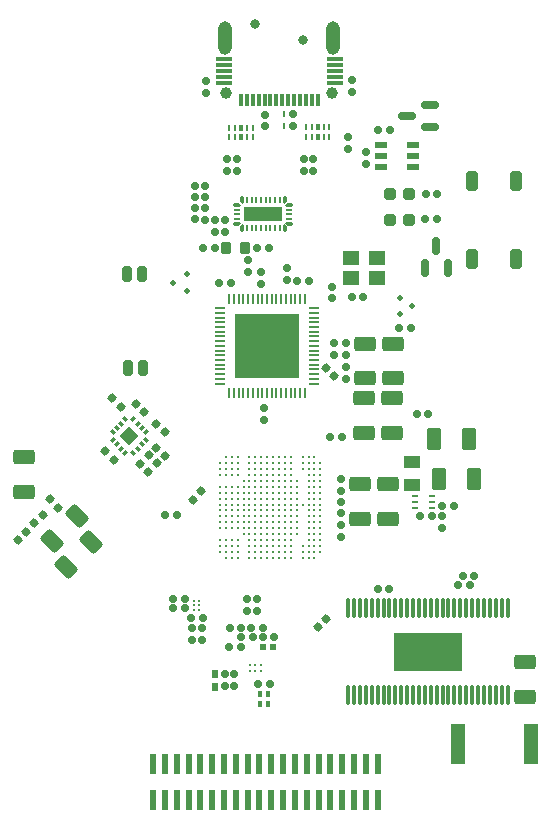
<source format=gbr>
%TF.GenerationSoftware,KiCad,Pcbnew,9.0.0*%
%TF.CreationDate,2025-03-19T22:59:48-05:00*%
%TF.ProjectId,opu_driver,6f70755f-6472-4697-9665-722e6b696361,rev?*%
%TF.SameCoordinates,Original*%
%TF.FileFunction,Soldermask,Top*%
%TF.FilePolarity,Negative*%
%FSLAX46Y46*%
G04 Gerber Fmt 4.6, Leading zero omitted, Abs format (unit mm)*
G04 Created by KiCad (PCBNEW 9.0.0) date 2025-03-19 22:59:48*
%MOMM*%
%LPD*%
G01*
G04 APERTURE LIST*
G04 Aperture macros list*
%AMRoundRect*
0 Rectangle with rounded corners*
0 $1 Rounding radius*
0 $2 $3 $4 $5 $6 $7 $8 $9 X,Y pos of 4 corners*
0 Add a 4 corners polygon primitive as box body*
4,1,4,$2,$3,$4,$5,$6,$7,$8,$9,$2,$3,0*
0 Add four circle primitives for the rounded corners*
1,1,$1+$1,$2,$3*
1,1,$1+$1,$4,$5*
1,1,$1+$1,$6,$7*
1,1,$1+$1,$8,$9*
0 Add four rect primitives between the rounded corners*
20,1,$1+$1,$2,$3,$4,$5,0*
20,1,$1+$1,$4,$5,$6,$7,0*
20,1,$1+$1,$6,$7,$8,$9,0*
20,1,$1+$1,$8,$9,$2,$3,0*%
%AMRotRect*
0 Rectangle, with rotation*
0 The origin of the aperture is its center*
0 $1 length*
0 $2 width*
0 $3 Rotation angle, in degrees counterclockwise*
0 Add horizontal line*
21,1,$1,$2,0,0,$3*%
%AMFreePoly0*
4,1,14,0.135355,0.285355,0.150000,0.250000,0.150000,-0.250000,0.135355,-0.285355,0.100000,-0.300000,-0.100000,-0.300000,-0.135355,-0.285355,-0.150000,-0.250000,-0.150000,0.150000,-0.135355,0.185355,-0.035355,0.285355,0.000000,0.300000,0.100000,0.300000,0.135355,0.285355,0.135355,0.285355,$1*%
%AMFreePoly1*
4,1,14,0.035355,0.285355,0.135355,0.185355,0.150000,0.150000,0.150000,-0.250000,0.135355,-0.285355,0.100000,-0.300000,-0.100000,-0.300000,-0.135355,-0.285355,-0.150000,-0.250000,-0.150000,0.250000,-0.135355,0.285355,-0.100000,0.300000,0.000000,0.300000,0.035355,0.285355,0.035355,0.285355,$1*%
%AMFreePoly2*
4,1,14,0.285355,0.135355,0.300000,0.100000,0.300000,-0.100000,0.285355,-0.135355,0.250000,-0.150000,-0.150000,-0.150000,-0.185355,-0.135355,-0.285355,-0.035355,-0.300000,0.000000,-0.300000,0.100000,-0.285355,0.135355,-0.250000,0.150000,0.250000,0.150000,0.285355,0.135355,0.285355,0.135355,$1*%
%AMFreePoly3*
4,1,14,0.285355,0.135355,0.300000,0.100000,0.300000,-0.100000,0.285355,-0.135355,0.250000,-0.150000,-0.250000,-0.150000,-0.285355,-0.135355,-0.300000,-0.100000,-0.300000,0.000000,-0.285355,0.035355,-0.185355,0.135355,-0.150000,0.150000,0.250000,0.150000,0.285355,0.135355,0.285355,0.135355,$1*%
%AMFreePoly4*
4,1,14,0.135355,0.285355,0.150000,0.250000,0.150000,-0.150000,0.135355,-0.185355,0.035355,-0.285355,0.000000,-0.300000,-0.100000,-0.300000,-0.135355,-0.285355,-0.150000,-0.250000,-0.150000,0.250000,-0.135355,0.285355,-0.100000,0.300000,0.100000,0.300000,0.135355,0.285355,0.135355,0.285355,$1*%
%AMFreePoly5*
4,1,14,0.135355,0.285355,0.150000,0.250000,0.150000,-0.250000,0.135355,-0.285355,0.100000,-0.300000,0.000000,-0.300000,-0.035355,-0.285355,-0.135355,-0.185355,-0.150000,-0.150000,-0.150000,0.250000,-0.135355,0.285355,-0.100000,0.300000,0.100000,0.300000,0.135355,0.285355,0.135355,0.285355,$1*%
%AMFreePoly6*
4,1,14,0.185355,0.135355,0.285355,0.035355,0.300000,0.000000,0.300000,-0.100000,0.285355,-0.135355,0.250000,-0.150000,-0.250000,-0.150000,-0.285355,-0.135355,-0.300000,-0.100000,-0.300000,0.100000,-0.285355,0.135355,-0.250000,0.150000,0.150000,0.150000,0.185355,0.135355,0.185355,0.135355,$1*%
%AMFreePoly7*
4,1,14,0.285355,0.135355,0.300000,0.100000,0.300000,0.000000,0.285355,-0.035355,0.185355,-0.135355,0.150000,-0.150000,-0.250000,-0.150000,-0.285355,-0.135355,-0.300000,-0.100000,-0.300000,0.100000,-0.285355,0.135355,-0.250000,0.150000,0.250000,0.150000,0.285355,0.135355,0.285355,0.135355,$1*%
G04 Aperture macros list end*
%ADD10RoundRect,0.159000X-0.189000X0.159000X-0.189000X-0.159000X0.189000X-0.159000X0.189000X0.159000X0*%
%ADD11RoundRect,0.159000X0.189000X-0.159000X0.189000X0.159000X-0.189000X0.159000X-0.189000X-0.159000X0*%
%ADD12RoundRect,0.239000X0.239000X0.274000X-0.239000X0.274000X-0.239000X-0.274000X0.239000X-0.274000X0*%
%ADD13RoundRect,0.266521X-0.671479X0.346479X-0.671479X-0.346479X0.671479X-0.346479X0.671479X0.346479X0*%
%ADD14FreePoly0,0.000000*%
%ADD15O,0.200000X0.510000*%
%ADD16FreePoly1,0.000000*%
%ADD17FreePoly2,0.000000*%
%ADD18O,0.510000X0.200000*%
%ADD19FreePoly3,0.000000*%
%ADD20FreePoly4,0.000000*%
%ADD21FreePoly5,0.000000*%
%ADD22FreePoly6,0.000000*%
%ADD23FreePoly7,0.000000*%
%ADD24R,3.200000X1.200000*%
%ADD25RoundRect,0.159000X-0.246073X-0.021213X-0.021213X-0.246073X0.246073X0.021213X0.021213X0.246073X0*%
%ADD26RoundRect,0.266521X-0.229810X0.719805X-0.719805X0.229810X0.229810X-0.719805X0.719805X-0.229810X0*%
%ADD27RoundRect,0.159000X-0.159000X-0.189000X0.159000X-0.189000X0.159000X0.189000X-0.159000X0.189000X0*%
%ADD28RoundRect,0.266521X0.671479X-0.346479X0.671479X0.346479X-0.671479X0.346479X-0.671479X-0.346479X0*%
%ADD29RoundRect,0.159000X0.159000X0.189000X-0.159000X0.189000X-0.159000X-0.189000X0.159000X-0.189000X0*%
%ADD30RoundRect,0.266521X-0.346479X-0.671479X0.346479X-0.671479X0.346479X0.671479X-0.346479X0.671479X0*%
%ADD31C,0.508000*%
%ADD32R,0.600000X1.800000*%
%ADD33R,0.220000X0.610000*%
%ADD34R,0.410000X0.610000*%
%ADD35R,1.400000X1.200000*%
%ADD36RoundRect,0.159000X-0.021213X0.246073X-0.246073X0.021213X0.021213X-0.246073X0.246073X-0.021213X0*%
%ADD37R,0.400000X0.600000*%
%ADD38RoundRect,0.150000X0.150000X-0.590000X0.150000X0.590000X-0.150000X0.590000X-0.150000X-0.590000X0*%
%ADD39R,1.380000X1.130000*%
%ADD40RotRect,0.330200X0.406400X45.000000*%
%ADD41RotRect,0.330200X0.406400X315.000000*%
%ADD42RotRect,1.092200X1.092200X315.000000*%
%ADD43RoundRect,0.159000X0.246073X0.021213X0.021213X0.246073X-0.246073X-0.021213X-0.021213X-0.246073X0*%
%ADD44RoundRect,0.150000X0.590000X0.150000X-0.590000X0.150000X-0.590000X-0.150000X0.590000X-0.150000X0*%
%ADD45RoundRect,0.159000X0.021213X-0.246073X0.246073X-0.021213X-0.021213X0.246073X-0.246073X0.021213X0*%
%ADD46O,0.280000X1.720000*%
%ADD47R,5.830000X3.230000*%
%ADD48RoundRect,0.219000X0.219000X0.294000X-0.219000X0.294000X-0.219000X-0.294000X0.219000X-0.294000X0*%
%ADD49C,0.800000*%
%ADD50R,0.300000X1.140000*%
%ADD51R,1.450000X0.300000*%
%ADD52O,1.190000X2.840000*%
%ADD53C,1.000000*%
%ADD54RoundRect,0.250000X0.250000X-0.600000X0.250000X0.600000X-0.250000X0.600000X-0.250000X-0.600000X0*%
%ADD55R,1.100000X0.600000*%
%ADD56R,0.550000X0.280000*%
%ADD57C,0.220000*%
%ADD58R,0.540000X0.790000*%
%ADD59RoundRect,0.200000X-0.200000X0.450000X-0.200000X-0.450000X0.200000X-0.450000X0.200000X0.450000X0*%
%ADD60R,0.570000X0.540000*%
%ADD61RoundRect,0.266521X0.229810X-0.719805X0.719805X-0.229810X-0.229810X0.719805X-0.719805X0.229810X0*%
%ADD62C,0.200000*%
%ADD63R,0.260000X0.520000*%
%ADD64R,1.280000X3.460000*%
%ADD65C,0.230000*%
%ADD66R,0.200000X0.900000*%
%ADD67R,0.900000X0.200000*%
%ADD68R,5.500000X5.500000*%
G04 APERTURE END LIST*
D10*
%TO.C,R42*%
X56661072Y-117224329D03*
X56661072Y-118224327D03*
%TD*%
D11*
%TO.C,R4*%
X44545965Y-122322067D03*
X44545965Y-121322067D03*
%TD*%
D12*
%TO.C,D7*%
X61789999Y-124200000D03*
X60210001Y-124200000D03*
%TD*%
D13*
%TO.C,C107*%
X57645165Y-146605867D03*
X57645165Y-149565867D03*
%TD*%
D10*
%TO.C,C58*%
X56045165Y-150065868D03*
X56045165Y-151065866D03*
%TD*%
D14*
%TO.C,U2*%
X47673565Y-124942767D03*
D15*
X48073565Y-124942767D03*
X48473565Y-124942767D03*
X48873565Y-124942767D03*
X49273565Y-124942767D03*
X49673565Y-124942767D03*
X50073565Y-124942767D03*
X50473565Y-124942767D03*
X50873565Y-124942767D03*
D16*
X51273565Y-124942767D03*
D17*
X51673565Y-124542767D03*
D18*
X51673565Y-124142767D03*
X51673565Y-123742767D03*
X51673565Y-123342767D03*
D19*
X51673565Y-122942767D03*
D20*
X51273565Y-122542767D03*
D15*
X50873565Y-122542767D03*
X50473565Y-122542767D03*
X50073565Y-122542767D03*
X49673565Y-122542767D03*
X49273565Y-122542767D03*
X48873565Y-122542767D03*
X48473565Y-122542767D03*
X48073565Y-122542767D03*
D21*
X47673565Y-122542767D03*
D22*
X47273565Y-122942767D03*
D18*
X47273565Y-123342767D03*
X47273565Y-123742767D03*
X47273565Y-124142767D03*
D23*
X47273565Y-124542767D03*
D24*
X49473565Y-123742767D03*
%TD*%
D10*
%TO.C,C21*%
X49549004Y-140186026D03*
X49549004Y-141186026D03*
%TD*%
D25*
%TO.C,C34*%
X36091612Y-143812314D03*
X36798718Y-144519420D03*
%TD*%
D11*
%TO.C,C93*%
X64602927Y-150282618D03*
X64602927Y-149282620D03*
%TD*%
D26*
%TO.C,C66*%
X33691683Y-149319349D03*
X31598647Y-151412385D03*
%TD*%
D27*
%TO.C,R37*%
X63150905Y-124167397D03*
X64150905Y-124167397D03*
%TD*%
D28*
%TO.C,C96*%
X57992996Y-142245869D03*
X57992996Y-139285869D03*
%TD*%
D29*
%TO.C,R25*%
X44352225Y-157945785D03*
X43352227Y-157945785D03*
%TD*%
D11*
%TO.C,C7*%
X46222365Y-125258767D03*
X46222365Y-124258767D03*
%TD*%
D29*
%TO.C,C22*%
X46745165Y-129565867D03*
X45745165Y-129565867D03*
%TD*%
D30*
%TO.C,C102*%
X64333400Y-146165151D03*
X67293400Y-146165151D03*
%TD*%
D11*
%TO.C,R9*%
X56077472Y-147183908D03*
X56077472Y-146183910D03*
%TD*%
D31*
%TO.C,TP11*%
X41800000Y-129600000D03*
%TD*%
D27*
%TO.C,C117*%
X49405165Y-159550867D03*
X50405165Y-159550867D03*
%TD*%
D28*
%TO.C,C88*%
X71645165Y-164645867D03*
X71645165Y-161685867D03*
%TD*%
D10*
%TO.C,C116*%
X46207930Y-162650868D03*
X46207930Y-163650866D03*
%TD*%
D29*
%TO.C,R17*%
X56145165Y-142565867D03*
X55145165Y-142565867D03*
%TD*%
D32*
%TO.C,H1*%
X40145165Y-173300000D03*
X40145165Y-170300000D03*
X41145165Y-173300000D03*
X41145165Y-170300000D03*
X42145165Y-173300000D03*
X42145165Y-170300000D03*
X43145165Y-173300000D03*
X43145165Y-170300000D03*
X44145165Y-173300000D03*
X44145165Y-170300000D03*
X45145165Y-173300000D03*
X45145165Y-170300000D03*
X46145165Y-173300000D03*
X46145165Y-170300000D03*
X47145165Y-173300000D03*
X47145165Y-170300000D03*
X48145165Y-173300000D03*
X48145165Y-170300000D03*
X49145165Y-173300000D03*
X49145165Y-170300000D03*
X50145165Y-173300000D03*
X50145165Y-170300000D03*
X51145165Y-173300000D03*
X51145165Y-170300000D03*
X52145165Y-173300000D03*
X52145165Y-170300000D03*
X53145165Y-173300000D03*
X53145165Y-170300000D03*
X54145165Y-173300000D03*
X54145165Y-170300000D03*
X55145165Y-173300000D03*
X55145165Y-170300000D03*
X56145165Y-173300000D03*
X56145165Y-170300000D03*
X57145165Y-173300000D03*
X57145165Y-170300000D03*
X58145165Y-173300000D03*
X58145165Y-170300000D03*
X59145165Y-173300000D03*
X59145165Y-170300000D03*
%TD*%
D27*
%TO.C,R29*%
X48405165Y-158750867D03*
X49405165Y-158750867D03*
%TD*%
%TO.C,R18*%
X64615562Y-148427747D03*
X65615560Y-148427747D03*
%TD*%
D33*
%TO.C,D1*%
X55070965Y-116382867D03*
X54570965Y-116382867D03*
D34*
X54070965Y-116382867D03*
D33*
X53570965Y-116382867D03*
X53070965Y-116382867D03*
X53070965Y-117202867D03*
X53570965Y-117202867D03*
D34*
X54070965Y-117202867D03*
D33*
X54570965Y-117202867D03*
X55070965Y-117202867D03*
%TD*%
D11*
%TO.C,C57*%
X56070934Y-149065866D03*
X56070934Y-148065868D03*
%TD*%
D35*
%TO.C,X1*%
X56920877Y-129146938D03*
X59120877Y-129146938D03*
X59120877Y-127446938D03*
X56920877Y-127446938D03*
%TD*%
D36*
%TO.C,R26*%
X44198718Y-147212314D03*
X43491612Y-147919420D03*
%TD*%
D37*
%TO.C,D5*%
X49205165Y-164365867D03*
X49845165Y-164365867D03*
%TD*%
D27*
%TO.C,R36*%
X63206958Y-122008960D03*
X64206958Y-122008960D03*
%TD*%
%TO.C,R28*%
X46608684Y-158750867D03*
X47608684Y-158750867D03*
%TD*%
D38*
%TO.C,Q1*%
X63177740Y-128302630D03*
X65077740Y-128302630D03*
X64127740Y-126422631D03*
%TD*%
D33*
%TO.C,D2*%
X46568565Y-117228267D03*
X47068565Y-117228267D03*
D34*
X47568565Y-117228267D03*
D33*
X48068565Y-117228267D03*
X48568565Y-117228267D03*
X48568565Y-116408267D03*
X48068565Y-116408267D03*
D34*
X47568565Y-116408267D03*
D33*
X47068565Y-116408267D03*
X46568565Y-116408267D03*
%TD*%
D39*
%TO.C,L3*%
X62045165Y-146652977D03*
X62045165Y-144712975D03*
%TD*%
D10*
%TO.C,C115*%
X47005165Y-162658154D03*
X47005165Y-163658152D03*
%TD*%
D29*
%TO.C,C10*%
X49945165Y-126565867D03*
X48945165Y-126565867D03*
%TD*%
D10*
%TO.C,C23*%
X56445165Y-136665867D03*
X56445165Y-137665867D03*
%TD*%
%TO.C,C18*%
X52020071Y-115255615D03*
X52020071Y-116255613D03*
%TD*%
%TO.C,R2*%
X43707765Y-121322067D03*
X43707765Y-122322067D03*
%TD*%
%TO.C,C17*%
X49600000Y-115300001D03*
X49600000Y-116299999D03*
%TD*%
%TO.C,R41*%
X58200000Y-118500001D03*
X58200000Y-119499999D03*
%TD*%
D11*
%TO.C,C24*%
X55445165Y-135665867D03*
X55445165Y-134665867D03*
%TD*%
%TO.C,C16*%
X46400165Y-120061467D03*
X46400165Y-119061467D03*
%TD*%
D40*
%TO.C,U7*%
X37769039Y-141107788D03*
X37415396Y-141461431D03*
X37061754Y-141815073D03*
X36708111Y-142168716D03*
D41*
X36708111Y-142867918D03*
X37061754Y-143221561D03*
X37415396Y-143575203D03*
X37769039Y-143928846D03*
D40*
X38468241Y-143928846D03*
X38821884Y-143575203D03*
X39175526Y-143221561D03*
X39529169Y-142867918D03*
D41*
X39529169Y-142168716D03*
X39175526Y-141815073D03*
X38821884Y-141461431D03*
X38468241Y-141107788D03*
D42*
X38118640Y-142518317D03*
%TD*%
D11*
%TO.C,C14*%
X53715365Y-120061467D03*
X53715365Y-119061467D03*
%TD*%
D29*
%TO.C,R35*%
X50056324Y-163484707D03*
X49056326Y-163484707D03*
%TD*%
D43*
%TO.C,R44*%
X55481344Y-137435911D03*
X54774238Y-136728805D03*
%TD*%
D44*
%TO.C,Q2*%
X63540000Y-116350000D03*
X63540000Y-114450000D03*
X61660001Y-115400000D03*
%TD*%
D13*
%TO.C,C3*%
X60445165Y-134685867D03*
X60445165Y-137645867D03*
%TD*%
D10*
%TO.C,C127*%
X48956325Y-156313828D03*
X48956325Y-157313826D03*
%TD*%
D30*
%TO.C,C100*%
X63912995Y-142765868D03*
X66872995Y-142765868D03*
%TD*%
D27*
%TO.C,C25*%
X60945165Y-133365867D03*
X61945165Y-133365867D03*
%TD*%
D45*
%TO.C,C75*%
X30071752Y-149919420D03*
X30778858Y-149212314D03*
%TD*%
D43*
%TO.C,C31*%
X37399125Y-140041808D03*
X36692019Y-139334702D03*
%TD*%
D31*
%TO.C,TP6*%
X61000000Y-130800000D03*
%TD*%
%TO.C,TP8*%
X62091054Y-131508199D03*
%TD*%
D46*
%TO.C,U8*%
X70145165Y-157055867D03*
X69645165Y-157055867D03*
X69145165Y-157055867D03*
X68645165Y-157055867D03*
X68145165Y-157055867D03*
X67645165Y-157055867D03*
X67145165Y-157055867D03*
X66645165Y-157055867D03*
X66145165Y-157055867D03*
X65645165Y-157055867D03*
X65145165Y-157055867D03*
X64645165Y-157055867D03*
X64145165Y-157055867D03*
X63645165Y-157055867D03*
X63145165Y-157055867D03*
X62645165Y-157055867D03*
X62145165Y-157055867D03*
X61645165Y-157055867D03*
X61145165Y-157055867D03*
X60645165Y-157055867D03*
X60145165Y-157055867D03*
X59645165Y-157055867D03*
X59145165Y-157055867D03*
X58645165Y-157055867D03*
X58145165Y-157055867D03*
X57645165Y-157055867D03*
X57145165Y-157055867D03*
X56645165Y-157055867D03*
X56645165Y-164475867D03*
X57145165Y-164475867D03*
X57645165Y-164475867D03*
X58145165Y-164475867D03*
X58645165Y-164475867D03*
X59145165Y-164475867D03*
X59645165Y-164475867D03*
X60145165Y-164475867D03*
X60645165Y-164475867D03*
X61145165Y-164475867D03*
X61645165Y-164475867D03*
X62145165Y-164475867D03*
X62645165Y-164475867D03*
X63145165Y-164475867D03*
X63645165Y-164475867D03*
X64145165Y-164475867D03*
X64645165Y-164475867D03*
X65145165Y-164475867D03*
X65645165Y-164475867D03*
X66145165Y-164475867D03*
X66645165Y-164475867D03*
X67145165Y-164475867D03*
X67645165Y-164475867D03*
X68145165Y-164475867D03*
X68645165Y-164475867D03*
X69145165Y-164475867D03*
X69645165Y-164475867D03*
X70145165Y-164475867D03*
D47*
X63395165Y-160765867D03*
%TD*%
D48*
%TO.C,R6*%
X47931365Y-126571867D03*
X46291365Y-126571867D03*
%TD*%
D29*
%TO.C,C76*%
X67345164Y-154365867D03*
X66345166Y-154365867D03*
%TD*%
D27*
%TO.C,C6*%
X56945165Y-130765867D03*
X57945165Y-130765867D03*
%TD*%
D29*
%TO.C,C109*%
X42852084Y-157115346D03*
X41852086Y-157115346D03*
%TD*%
D25*
%TO.C,C33*%
X39002670Y-144889281D03*
X39709776Y-145596387D03*
%TD*%
D49*
%TO.C,USB1*%
X52869765Y-109008067D03*
X48769765Y-107658067D03*
D50*
X54069765Y-114038067D03*
X53569765Y-114038067D03*
X53069765Y-114038067D03*
X52569765Y-114038067D03*
X52069765Y-114038067D03*
X51569765Y-114038067D03*
X51069765Y-114038067D03*
X50569765Y-114038067D03*
X49069765Y-114038067D03*
X48569765Y-114038067D03*
X48069765Y-114038067D03*
X47569765Y-114038067D03*
D51*
X46099765Y-110618067D03*
X46099765Y-111118067D03*
X46099765Y-111618067D03*
X46099765Y-112118067D03*
X46099765Y-112618067D03*
D50*
X49569765Y-114038067D03*
X50069765Y-114038067D03*
D51*
X55539765Y-112618067D03*
X55539765Y-112118067D03*
X55539765Y-111618067D03*
X55539765Y-111118067D03*
X55539765Y-110618067D03*
D52*
X55389765Y-108778067D03*
D53*
X55319765Y-113468067D03*
X46319765Y-113468067D03*
D52*
X46249765Y-108778067D03*
%TD*%
D36*
%TO.C,C78*%
X29398718Y-150612314D03*
X28691612Y-151319420D03*
%TD*%
D27*
%TO.C,C29*%
X52345165Y-129365867D03*
X53345165Y-129365867D03*
%TD*%
D54*
%TO.C,S2*%
X67150000Y-127500000D03*
X67150000Y-120900000D03*
X70850000Y-127500000D03*
X70850000Y-120900000D03*
%TD*%
D25*
%TO.C,C32*%
X40413966Y-141509464D03*
X41121072Y-142216570D03*
%TD*%
D55*
%TO.C,U13*%
X59450000Y-117850000D03*
X59450000Y-118800000D03*
X59450000Y-119750000D03*
X62150000Y-119750000D03*
X62150000Y-118800000D03*
X62150000Y-117850000D03*
%TD*%
D25*
%TO.C,C111*%
X40402576Y-143496141D03*
X41109682Y-144203247D03*
%TD*%
D28*
%TO.C,C71*%
X29245165Y-147245867D03*
X29245165Y-144285867D03*
%TD*%
D11*
%TO.C,C7*%
X55245165Y-130865867D03*
X55245165Y-129865867D03*
%TD*%
%TO.C,C28*%
X51445165Y-129265867D03*
X51445165Y-128265867D03*
%TD*%
D27*
%TO.C,R43*%
X59200000Y-116600000D03*
X60199998Y-116600000D03*
%TD*%
D56*
%TO.C,U11*%
X63765164Y-148585867D03*
X63765165Y-148085867D03*
X63765164Y-147585867D03*
X62325166Y-147585867D03*
X62325165Y-148085867D03*
X62325166Y-148585867D03*
%TD*%
D31*
%TO.C,TP10*%
X43000000Y-130200000D03*
%TD*%
D25*
%TO.C,C112*%
X39796877Y-144127076D03*
X40503983Y-144834182D03*
%TD*%
D57*
%TO.C,U5*%
X43632411Y-157261547D03*
X43632412Y-156861547D03*
X43632411Y-156461547D03*
X44032411Y-157261547D03*
X44032410Y-156861547D03*
X44032411Y-156461547D03*
%TD*%
D10*
%TO.C,R24*%
X44245165Y-158765869D03*
X44245165Y-159765867D03*
%TD*%
D12*
%TO.C,D9*%
X61789999Y-122000000D03*
X60210001Y-122000000D03*
%TD*%
D10*
%TO.C,C19*%
X56970822Y-112368082D03*
X56970822Y-113368080D03*
%TD*%
D27*
%TO.C,R21*%
X62745166Y-149285867D03*
X63745164Y-149285867D03*
%TD*%
D31*
%TO.C,TP7*%
X61000000Y-132200000D03*
%TD*%
D13*
%TO.C,C5*%
X58045165Y-134685867D03*
X58045165Y-137645867D03*
%TD*%
D28*
%TO.C,C95*%
X60392997Y-142245867D03*
X60392997Y-139285867D03*
%TD*%
D11*
%TO.C,C27*%
X49245165Y-129665867D03*
X49245165Y-128665867D03*
%TD*%
D27*
%TO.C,R30*%
X47614462Y-159550866D03*
X48614462Y-159550866D03*
%TD*%
D10*
%TO.C,C26*%
X56445165Y-134665867D03*
X56445165Y-135665867D03*
%TD*%
D58*
%TO.C,L1*%
X45405165Y-162650867D03*
X45405165Y-163750867D03*
%TD*%
D11*
%TO.C,R3*%
X43707765Y-124176267D03*
X43707765Y-123176267D03*
%TD*%
%TO.C,C15*%
X47212965Y-120061467D03*
X47212965Y-119061467D03*
%TD*%
D59*
%TO.C,S1*%
X39230000Y-128800000D03*
X37960000Y-128800000D03*
X37970000Y-136800000D03*
X39240000Y-136800000D03*
%TD*%
D13*
%TO.C,C108*%
X60045165Y-146605867D03*
X60045165Y-149565867D03*
%TD*%
D60*
%TO.C,R27*%
X49416427Y-160346027D03*
X50276427Y-160346027D03*
%TD*%
D43*
%TO.C,C67*%
X32125640Y-148587100D03*
X31418534Y-147879994D03*
%TD*%
D61*
%TO.C,C91*%
X32798647Y-153612385D03*
X34891683Y-151519349D03*
%TD*%
D29*
%TO.C,C64*%
X66945164Y-155165867D03*
X65945166Y-155165867D03*
%TD*%
D31*
%TO.C,TP9*%
X42988379Y-128761079D03*
%TD*%
D10*
%TO.C,C126*%
X48122453Y-156317826D03*
X48122453Y-157317824D03*
%TD*%
D62*
%TO.C,U12*%
X48305165Y-161900867D03*
X48805165Y-161900867D03*
X49305165Y-161900867D03*
X48305165Y-162400867D03*
X48805165Y-162400867D03*
X49305165Y-162400867D03*
%TD*%
D29*
%TO.C,C8*%
X47605164Y-160350867D03*
X46605166Y-160350867D03*
%TD*%
D11*
%TO.C,C13*%
X52902565Y-120061467D03*
X52902565Y-119061467D03*
%TD*%
D63*
%TO.C,D4*%
X51216209Y-115211467D03*
X51216209Y-116291467D03*
%TD*%
D64*
%TO.C,R12*%
X65975165Y-168565867D03*
X72115165Y-168565867D03*
%TD*%
D43*
%TO.C,C30*%
X39398718Y-140519420D03*
X38691612Y-139812314D03*
%TD*%
D36*
%TO.C,R11*%
X54798718Y-158012314D03*
X54091612Y-158719420D03*
%TD*%
D29*
%TO.C,C110*%
X42852084Y-156283039D03*
X41852086Y-156283039D03*
%TD*%
D65*
%TO.C,U4*%
X45795165Y-152315867D03*
X45795165Y-151815867D03*
X45795165Y-151315867D03*
X45795165Y-150315867D03*
X45795165Y-149815867D03*
X45795165Y-149315867D03*
X45795165Y-148815867D03*
X45795165Y-148315867D03*
X45795165Y-147815867D03*
X45795165Y-147315867D03*
X45795165Y-146815867D03*
X45795165Y-145815867D03*
X45795165Y-145315867D03*
X45795165Y-144815867D03*
X46295165Y-152815867D03*
X46295165Y-152315867D03*
X46295165Y-151815867D03*
X46295165Y-151315867D03*
X46295165Y-150315867D03*
X46295165Y-149815867D03*
X46295165Y-149315867D03*
X46295165Y-148815867D03*
X46295165Y-148315867D03*
X46295165Y-147815867D03*
X46295165Y-147315867D03*
X46295165Y-146815867D03*
X46295165Y-145815867D03*
X46295165Y-145315867D03*
X46295165Y-144815867D03*
X46295165Y-144315867D03*
X46795165Y-152815867D03*
X46795165Y-152315867D03*
X46795165Y-151815867D03*
X46795165Y-151315867D03*
X46795165Y-150315867D03*
X46795165Y-149815867D03*
X46795165Y-149315867D03*
X46795165Y-148815867D03*
X46795165Y-148315867D03*
X46795165Y-147815867D03*
X46795165Y-147315867D03*
X46795165Y-146815867D03*
X46795165Y-145815867D03*
X46795165Y-145315867D03*
X46795165Y-144815867D03*
X46795165Y-144315867D03*
X47295165Y-152815867D03*
X47295165Y-152315867D03*
X47295165Y-151815867D03*
X47295165Y-151315867D03*
X47295165Y-150315867D03*
X47295165Y-149815867D03*
X47295165Y-149315867D03*
X47295165Y-148815867D03*
X47295165Y-148315867D03*
X47295165Y-147815867D03*
X47295165Y-147315867D03*
X47295165Y-146815867D03*
X47295165Y-145815867D03*
X47295165Y-145315867D03*
X47295165Y-144815867D03*
X47295165Y-144315867D03*
X47795165Y-150815867D03*
X47795165Y-150315867D03*
X47795165Y-149815867D03*
X47795165Y-149315867D03*
X47795165Y-148815867D03*
X47795165Y-148315867D03*
X47795165Y-147815867D03*
X47795165Y-147315867D03*
X47795165Y-146815867D03*
X47795165Y-146315867D03*
X48295165Y-152815867D03*
X48295165Y-152315867D03*
X48295165Y-151815867D03*
X48295165Y-151315867D03*
X48295165Y-150815867D03*
X48295165Y-150315867D03*
X48295165Y-149815867D03*
X48295165Y-149315867D03*
X48295165Y-148815867D03*
X48295165Y-148315867D03*
X48295165Y-147815867D03*
X48295165Y-147315867D03*
X48295165Y-146815867D03*
X48295165Y-146315867D03*
X48295165Y-145815867D03*
X48295165Y-145315867D03*
X48295165Y-144815867D03*
X48295165Y-144315867D03*
X48795165Y-152815867D03*
X48795165Y-152315867D03*
X48795165Y-151815867D03*
X48795165Y-151315867D03*
X48795165Y-150815867D03*
X48795165Y-150315867D03*
X48795165Y-149815867D03*
X48795165Y-149315867D03*
X48795165Y-148815867D03*
X48795165Y-148315867D03*
X48795165Y-147815867D03*
X48795165Y-147315867D03*
X48795165Y-146815867D03*
X48795165Y-146315867D03*
X48795165Y-145815867D03*
X48795165Y-145315867D03*
X48795165Y-144815867D03*
X48795165Y-144315867D03*
X49295165Y-152815867D03*
X49295165Y-152315867D03*
X49295165Y-151815867D03*
X49295165Y-151315867D03*
X49295165Y-150815867D03*
X49295165Y-150315867D03*
X49295165Y-149815867D03*
X49295165Y-149315867D03*
X49295165Y-148815867D03*
X49295165Y-148315867D03*
X49295165Y-147815867D03*
X49295165Y-147315867D03*
X49295165Y-146815867D03*
X49295165Y-146315867D03*
X49295165Y-145815867D03*
X49295165Y-145315867D03*
X49295165Y-144815867D03*
X49295165Y-144315867D03*
X49795165Y-152815867D03*
X49795165Y-152315867D03*
X49795165Y-151815867D03*
X49795165Y-151315867D03*
X49795165Y-150815867D03*
X49795165Y-150315867D03*
X49795165Y-149815867D03*
X49795165Y-149315867D03*
X49795165Y-148815867D03*
X49795165Y-148315867D03*
X49795165Y-147815867D03*
X49795165Y-147315867D03*
X49795165Y-146815867D03*
X49795165Y-146315867D03*
X49795165Y-145815867D03*
X49795165Y-145315867D03*
X49795165Y-144815867D03*
X49795165Y-144315867D03*
X50295165Y-152815867D03*
X50295165Y-152315867D03*
X50295165Y-151815867D03*
X50295165Y-151315867D03*
X50295165Y-150815867D03*
X50295165Y-150315867D03*
X50295165Y-149815867D03*
X50295165Y-149315867D03*
X50295165Y-148815867D03*
X50295165Y-148315867D03*
X50295165Y-147815867D03*
X50295165Y-147315867D03*
X50295165Y-146815867D03*
X50295165Y-146315867D03*
X50295165Y-145815867D03*
X50295165Y-145315867D03*
X50295165Y-144815867D03*
X50295165Y-144315867D03*
X50795165Y-152815867D03*
X50795165Y-152315867D03*
X50795165Y-151815867D03*
X50795165Y-151315867D03*
X50795165Y-150815867D03*
X50795165Y-150315867D03*
X50795165Y-149815867D03*
X50795165Y-149315867D03*
X50795165Y-148815867D03*
X50795165Y-148315867D03*
X50795165Y-147815867D03*
X50795165Y-147315867D03*
X50795165Y-146815867D03*
X50795165Y-146315867D03*
X50795165Y-145815867D03*
X50795165Y-145315867D03*
X50795165Y-144815867D03*
X50795165Y-144315867D03*
X51295165Y-152815867D03*
X51295165Y-152315867D03*
X51295165Y-151815867D03*
X51295165Y-151315867D03*
X51295165Y-150815867D03*
X51295165Y-150315867D03*
X51295165Y-149815867D03*
X51295165Y-149315867D03*
X51295165Y-148815867D03*
X51295165Y-148315867D03*
X51295165Y-147815867D03*
X51295165Y-147315867D03*
X51295165Y-146815867D03*
X51295165Y-146315867D03*
X51295165Y-145815867D03*
X51295165Y-145315867D03*
X51295165Y-144815867D03*
X51295165Y-144315867D03*
X51795165Y-152815867D03*
X51795165Y-152315867D03*
X51795165Y-151815867D03*
X51795165Y-151315867D03*
X51795165Y-150815867D03*
X51795165Y-150315867D03*
X51795165Y-149815867D03*
X51795165Y-149315867D03*
X51795165Y-148815867D03*
X51795165Y-148315867D03*
X51795165Y-147815867D03*
X51795165Y-147315867D03*
X51795165Y-146815867D03*
X51795165Y-146315867D03*
X51795165Y-145815867D03*
X51795165Y-145315867D03*
X51795165Y-144815867D03*
X51795165Y-144315867D03*
X52295165Y-150815867D03*
X52295165Y-150315867D03*
X52295165Y-149815867D03*
X52295165Y-149315867D03*
X52295165Y-148815867D03*
X52295165Y-148315867D03*
X52295165Y-147815867D03*
X52295165Y-147315867D03*
X52295165Y-146815867D03*
X52295165Y-146315867D03*
X52795165Y-152815867D03*
X52795165Y-152315867D03*
X52795165Y-151815867D03*
X52795165Y-148315867D03*
X52795165Y-145315867D03*
X52795165Y-144815867D03*
X52795165Y-144315867D03*
X53295165Y-152815867D03*
X53295165Y-152315867D03*
X53295165Y-151815867D03*
X53295165Y-151315867D03*
X53295165Y-150815867D03*
X53295165Y-150315867D03*
X53295165Y-149815867D03*
X53295165Y-149315867D03*
X53295165Y-148815867D03*
X53295165Y-148315867D03*
X53295165Y-147815867D03*
X53295165Y-147315867D03*
X53295165Y-146815867D03*
X53295165Y-146315867D03*
X53295165Y-145815867D03*
X53295165Y-145315867D03*
X53295165Y-144815867D03*
X53295165Y-144315867D03*
X53795165Y-152815867D03*
X53795165Y-152315867D03*
X53795165Y-151815867D03*
X53795165Y-151315867D03*
X53795165Y-150815867D03*
X53795165Y-150315867D03*
X53795165Y-149815867D03*
X53795165Y-149315867D03*
X53795165Y-148815867D03*
X53795165Y-148315867D03*
X53795165Y-147815867D03*
X53795165Y-147315867D03*
X53795165Y-146815867D03*
X53795165Y-146315867D03*
X53795165Y-145815867D03*
X53795165Y-145315867D03*
X53795165Y-144815867D03*
X53795165Y-144315867D03*
X54295165Y-152315867D03*
X54295165Y-151815867D03*
X54295165Y-151315867D03*
X54295165Y-150815867D03*
X54295165Y-150315867D03*
X54295165Y-149815867D03*
X54295165Y-149315867D03*
X54295165Y-148815867D03*
X54295165Y-148315867D03*
X54295165Y-147815867D03*
X54295165Y-147315867D03*
X54295165Y-146815867D03*
X54295165Y-146315867D03*
X54295165Y-145815867D03*
X54295165Y-145315867D03*
X54295165Y-144815867D03*
%TD*%
D37*
%TO.C,D6*%
X49205165Y-165180867D03*
X49845165Y-165180867D03*
%TD*%
D10*
%TO.C,R7*%
X44545965Y-123201667D03*
X44545965Y-124201667D03*
%TD*%
D29*
%TO.C,R20*%
X63447868Y-140637522D03*
X62447870Y-140637522D03*
%TD*%
D10*
%TO.C,C9*%
X48199999Y-127634443D03*
X48199999Y-128634441D03*
%TD*%
D27*
%TO.C,R45*%
X41145165Y-149165867D03*
X42145165Y-149165867D03*
%TD*%
D10*
%TO.C,R23*%
X43445165Y-158765869D03*
X43445165Y-159765867D03*
%TD*%
D29*
%TO.C,C77*%
X60145164Y-155443846D03*
X59145166Y-155443846D03*
%TD*%
D11*
%TO.C,C8*%
X45409565Y-125258767D03*
X45409565Y-124258767D03*
%TD*%
D29*
%TO.C,R5*%
X45401565Y-126571867D03*
X44401565Y-126571867D03*
%TD*%
D66*
%TO.C,U1*%
X52978365Y-130933034D03*
X52578365Y-130933034D03*
X52178365Y-130933034D03*
X51778365Y-130933034D03*
X51378365Y-130933034D03*
X50978365Y-130933034D03*
X50578365Y-130933034D03*
X50178365Y-130933034D03*
X49778365Y-130933034D03*
X49378365Y-130933034D03*
X48978365Y-130933034D03*
X48578365Y-130933034D03*
X48178365Y-130933034D03*
X47778365Y-130933034D03*
X47378365Y-130933034D03*
X46978365Y-130933034D03*
X46578365Y-130933034D03*
D67*
X45828365Y-131683034D03*
X45828365Y-132083034D03*
X45828365Y-132483034D03*
X45828365Y-132883034D03*
X45828365Y-133283034D03*
X45828365Y-133683034D03*
X45828365Y-134083034D03*
X45828365Y-134483034D03*
X45828365Y-134883034D03*
X45828365Y-135283034D03*
X45828365Y-135683034D03*
X45828365Y-136083034D03*
X45828365Y-136483034D03*
X45828365Y-136883034D03*
X45828365Y-137283034D03*
X45828365Y-137683034D03*
X45828365Y-138083034D03*
D66*
X46578365Y-138833034D03*
X46978365Y-138833034D03*
X47378365Y-138833034D03*
X47778365Y-138833034D03*
X48178365Y-138833034D03*
X48578365Y-138833034D03*
X48978365Y-138833034D03*
X49378365Y-138833034D03*
X49778365Y-138833034D03*
X50178365Y-138833034D03*
X50578365Y-138833034D03*
X50978365Y-138833034D03*
X51378365Y-138833034D03*
X51778365Y-138833034D03*
X52178365Y-138833034D03*
X52578365Y-138833034D03*
X52978365Y-138833034D03*
D67*
X53728365Y-138083034D03*
X53728365Y-137683034D03*
X53728365Y-137283034D03*
X53728365Y-136883034D03*
X53728365Y-136483034D03*
X53728365Y-136083034D03*
X53728365Y-135683034D03*
X53728365Y-135283034D03*
X53728365Y-134883034D03*
X53728365Y-134483034D03*
X53728365Y-134083034D03*
X53728365Y-133683034D03*
X53728365Y-133283034D03*
X53728365Y-132883034D03*
X53728365Y-132483034D03*
X53728365Y-132083034D03*
X53728365Y-131683034D03*
D68*
X49778365Y-134883034D03*
%TD*%
D10*
%TO.C,C20*%
X44647565Y-112458357D03*
X44647565Y-113458355D03*
%TD*%
M02*

</source>
